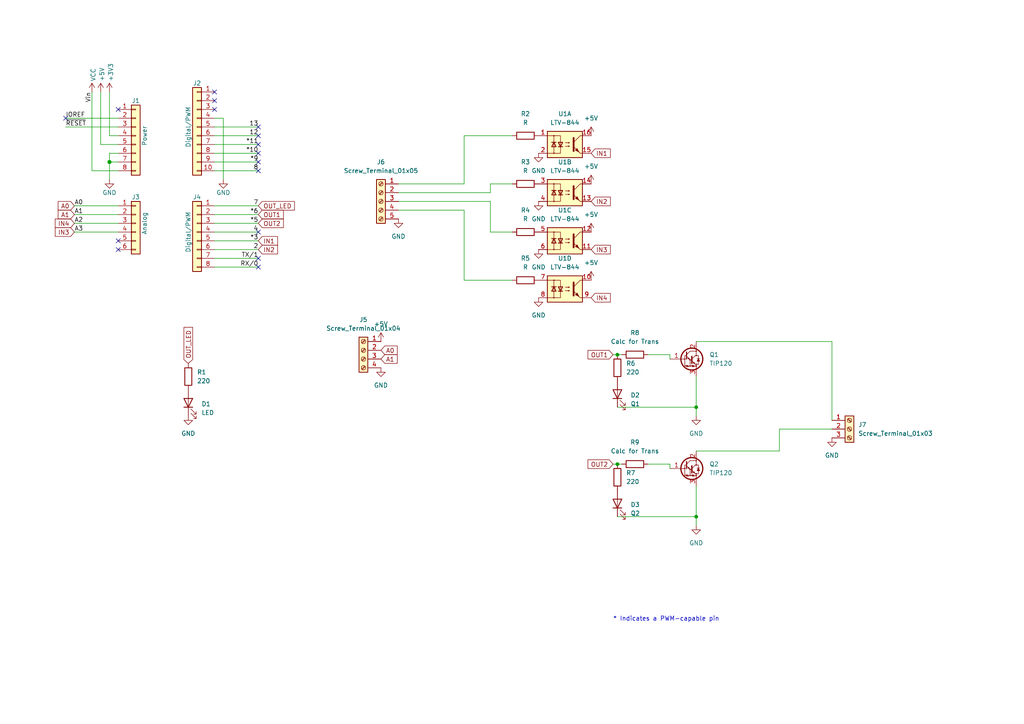
<source format=kicad_sch>
(kicad_sch (version 20230121) (generator eeschema)
  (paper "A4")
  (title_block (date "mar. 31 mars 2015"))
  (lib_symbols
    (symbol "+5V_1" (power) (pin_names (offset 0))
      (property "Value" "+5V_1" (at 0 3.556 0))
      (symbol "+5V_1_0_1"
        (polyline (pts (xy -0.762 1.27) (xy 0 2.54)))
        (polyline (pts (xy 0 0) (xy 0 2.54)))
        (polyline (pts (xy 0 2.54) (xy 0.762 1.27)))
      )
      (symbol "+5V_1_1_1"
        (pin power_in line (at 0 0 90) (length 0) hide (name "+5V") (number "1"))
      )
    )
    (symbol "+5V_2" (power) (pin_names (offset 0))
      (property "Value" "+5V_2" (at 0 3.556 0))
      (symbol "+5V_2_0_1"
        (polyline (pts (xy -0.762 1.27) (xy 0 2.54)))
        (polyline (pts (xy 0 0) (xy 0 2.54)))
        (polyline (pts (xy 0 2.54) (xy 0.762 1.27)))
      )
      (symbol "+5V_2_1_1"
        (pin power_in line (at 0 0 90) (length 0) hide (name "+5V") (number "1"))
      )
    )
    (symbol "Connector:Screw_Terminal_01x03" (pin_names (offset 1.016) hide)
      (property "Reference" "J" (at 0 5.08 0))
      (property "Value" "Screw_Terminal_01x03" (at 0 -5.08 0))
      (symbol "Screw_Terminal_01x03_1_1"
        (rectangle (start -1.27 3.81) (end 1.27 -3.81) (stroke (width 0.254)) (fill (type background)))
        (circle (center 0 -2.54) (radius 0.635) (stroke (width 0.1524)))
        (polyline (pts (xy -0.5334 -2.2098) (xy 0.3302 -3.048)) (stroke (width 0.1524)))
        (polyline (pts (xy -0.5334 0.3302) (xy 0.3302 -0.508)) (stroke (width 0.1524)))
        (polyline (pts (xy -0.5334 2.8702) (xy 0.3302 2.032)) (stroke (width 0.1524)))
        (polyline (pts (xy -0.3556 -2.032) (xy 0.508 -2.8702)) (stroke (width 0.1524)))
        (polyline (pts (xy -0.3556 0.508) (xy 0.508 -0.3302)) (stroke (width 0.1524)))
        (polyline (pts (xy -0.3556 3.048) (xy 0.508 2.2098)) (stroke (width 0.1524)))
        (circle (center 0 0) (radius 0.635) (stroke (width 0.1524)))
        (circle (center 0 2.54) (radius 0.635) (stroke (width 0.1524)))
        (pin passive line (at -5.08 2.54 0) (length 3.81) (name "Pin_1") (number "1"))
        (pin passive line (at -5.08 0 0) (length 3.81) (name "Pin_2") (number "2"))
        (pin passive line (at -5.08 -2.54 0) (length 3.81) (name "Pin_3") (number "3"))
      )
    )
    (symbol "Connector:Screw_Terminal_01x04" (pin_names (offset 1.016) hide)
      (property "Reference" "J" (at 0 5.08 0))
      (property "Value" "Screw_Terminal_01x04" (at 0 -7.62 0))
      (symbol "Screw_Terminal_01x04_1_1"
        (rectangle (start -1.27 3.81) (end 1.27 -6.35) (stroke (width 0.254)) (fill (type background)))
        (circle (center 0 -5.08) (radius 0.635) (stroke (width 0.1524)))
        (circle (center 0 -2.54) (radius 0.635) (stroke (width 0.1524)))
        (polyline (pts (xy -0.5334 -4.7498) (xy 0.3302 -5.588)) (stroke (width 0.1524)))
        (polyline (pts (xy -0.5334 -2.2098) (xy 0.3302 -3.048)) (stroke (width 0.1524)))
        (polyline (pts (xy -0.5334 0.3302) (xy 0.3302 -0.508)) (stroke (width 0.1524)))
        (polyline (pts (xy -0.5334 2.8702) (xy 0.3302 2.032)) (stroke (width 0.1524)))
        (polyline (pts (xy -0.3556 -4.572) (xy 0.508 -5.4102)) (stroke (width 0.1524)))
        (polyline (pts (xy -0.3556 -2.032) (xy 0.508 -2.8702)) (stroke (width 0.1524)))
        (polyline (pts (xy -0.3556 0.508) (xy 0.508 -0.3302)) (stroke (width 0.1524)))
        (polyline (pts (xy -0.3556 3.048) (xy 0.508 2.2098)) (stroke (width 0.1524)))
        (circle (center 0 0) (radius 0.635) (stroke (width 0.1524)))
        (circle (center 0 2.54) (radius 0.635) (stroke (width 0.1524)))
        (pin passive line (at -5.08 2.54 0) (length 3.81) (name "Pin_1") (number "1"))
        (pin passive line (at -5.08 0 0) (length 3.81) (name "Pin_2") (number "2"))
        (pin passive line (at -5.08 -2.54 0) (length 3.81) (name "Pin_3") (number "3"))
        (pin passive line (at -5.08 -5.08 0) (length 3.81) (name "Pin_4") (number "4"))
      )
    )
    (symbol "Connector:Screw_Terminal_01x05" (pin_names (offset 1.016) hide)
      (property "Reference" "J" (at 0 7.62 0))
      (property "Value" "Screw_Terminal_01x05" (at 0 -7.62 0))
      (symbol "Screw_Terminal_01x05_1_1"
        (rectangle (start -1.27 6.35) (end 1.27 -6.35) (stroke (width 0.254)) (fill (type background)))
        (circle (center 0 -5.08) (radius 0.635) (stroke (width 0.1524)))
        (circle (center 0 -2.54) (radius 0.635) (stroke (width 0.1524)))
        (polyline (pts (xy -0.5334 -4.7498) (xy 0.3302 -5.588)) (stroke (width 0.1524)))
        (polyline (pts (xy -0.5334 -2.2098) (xy 0.3302 -3.048)) (stroke (width 0.1524)))
        (polyline (pts (xy -0.5334 0.3302) (xy 0.3302 -0.508)) (stroke (width 0.1524)))
        (polyline (pts (xy -0.5334 2.8702) (xy 0.3302 2.032)) (stroke (width 0.1524)))
        (polyline (pts (xy -0.5334 5.4102) (xy 0.3302 4.572)) (stroke (width 0.1524)))
        (polyline (pts (xy -0.3556 -4.572) (xy 0.508 -5.4102)) (stroke (width 0.1524)))
        (polyline (pts (xy -0.3556 -2.032) (xy 0.508 -2.8702)) (stroke (width 0.1524)))
        (polyline (pts (xy -0.3556 0.508) (xy 0.508 -0.3302)) (stroke (width 0.1524)))
        (polyline (pts (xy -0.3556 3.048) (xy 0.508 2.2098)) (stroke (width 0.1524)))
        (polyline (pts (xy -0.3556 5.588) (xy 0.508 4.7498)) (stroke (width 0.1524)))
        (circle (center 0 0) (radius 0.635) (stroke (width 0.1524)))
        (circle (center 0 2.54) (radius 0.635) (stroke (width 0.1524)))
        (circle (center 0 5.08) (radius 0.635) (stroke (width 0.1524)))
        (pin passive line (at -5.08 5.08 0) (length 3.81) (name "Pin_1") (number "1"))
        (pin passive line (at -5.08 2.54 0) (length 3.81) (name "Pin_2") (number "2"))
        (pin passive line (at -5.08 0 0) (length 3.81) (name "Pin_3") (number "3"))
        (pin passive line (at -5.08 -2.54 0) (length 3.81) (name "Pin_4") (number "4"))
        (pin passive line (at -5.08 -5.08 0) (length 3.81) (name "Pin_5") (number "5"))
      )
    )
    (symbol "Connector_Generic:Conn_01x06" (pin_names (offset 1.016) hide)
      (property "Reference" "J" (at 0 7.62 0))
      (property "Value" "Conn_01x06" (at 0 -10.16 0))
      (symbol "Conn_01x06_1_1"
        (rectangle (start -1.27 -7.493) (end 0 -7.747) (stroke (width 0.1524)))
        (rectangle (start -1.27 -4.953) (end 0 -5.207) (stroke (width 0.1524)))
        (rectangle (start -1.27 -2.413) (end 0 -2.667) (stroke (width 0.1524)))
        (rectangle (start -1.27 0.127) (end 0 -0.127) (stroke (width 0.1524)))
        (rectangle (start -1.27 2.667) (end 0 2.413) (stroke (width 0.1524)))
        (rectangle (start -1.27 5.207) (end 0 4.953) (stroke (width 0.1524)))
        (rectangle (start -1.27 6.35) (end 1.27 -8.89) (stroke (width 0.254)) (fill (type background)))
        (pin passive line (at -5.08 5.08 0) (length 3.81) (name "Pin_1") (number "1"))
        (pin passive line (at -5.08 2.54 0) (length 3.81) (name "Pin_2") (number "2"))
        (pin passive line (at -5.08 0 0) (length 3.81) (name "Pin_3") (number "3"))
        (pin passive line (at -5.08 -2.54 0) (length 3.81) (name "Pin_4") (number "4"))
        (pin passive line (at -5.08 -5.08 0) (length 3.81) (name "Pin_5") (number "5"))
        (pin passive line (at -5.08 -7.62 0) (length 3.81) (name "Pin_6") (number "6"))
      )
    )
    (symbol "Connector_Generic:Conn_01x08" (pin_names (offset 1.016) hide)
      (property "Reference" "J" (at 0 10.16 0))
      (property "Value" "Conn_01x08" (at 0 -12.7 0))
      (symbol "Conn_01x08_1_1"
        (rectangle (start -1.27 -10.033) (end 0 -10.287) (stroke (width 0.1524)))
        (rectangle (start -1.27 -7.493) (end 0 -7.747) (stroke (width 0.1524)))
        (rectangle (start -1.27 -4.953) (end 0 -5.207) (stroke (width 0.1524)))
        (rectangle (start -1.27 -2.413) (end 0 -2.667) (stroke (width 0.1524)))
        (rectangle (start -1.27 0.127) (end 0 -0.127) (stroke (width 0.1524)))
        (rectangle (start -1.27 2.667) (end 0 2.413) (stroke (width 0.1524)))
        (rectangle (start -1.27 5.207) (end 0 4.953) (stroke (width 0.1524)))
        (rectangle (start -1.27 7.747) (end 0 7.493) (stroke (width 0.1524)))
        (rectangle (start -1.27 8.89) (end 1.27 -11.43) (stroke (width 0.254)) (fill (type background)))
        (pin passive line (at -5.08 7.62 0) (length 3.81) (name "Pin_1") (number "1"))
        (pin passive line (at -5.08 5.08 0) (length 3.81) (name "Pin_2") (number "2"))
        (pin passive line (at -5.08 2.54 0) (length 3.81) (name "Pin_3") (number "3"))
        (pin passive line (at -5.08 0 0) (length 3.81) (name "Pin_4") (number "4"))
        (pin passive line (at -5.08 -2.54 0) (length 3.81) (name "Pin_5") (number "5"))
        (pin passive line (at -5.08 -5.08 0) (length 3.81) (name "Pin_6") (number "6"))
        (pin passive line (at -5.08 -7.62 0) (length 3.81) (name "Pin_7") (number "7"))
        (pin passive line (at -5.08 -10.16 0) (length 3.81) (name "Pin_8") (number "8"))
      )
    )
    (symbol "Connector_Generic:Conn_01x10" (pin_names (offset 1.016) hide)
      (property "Reference" "J" (at 0 12.7 0))
      (property "Value" "Conn_01x10" (at 0 -15.24 0))
      (symbol "Conn_01x10_1_1"
        (rectangle (start -1.27 -12.573) (end 0 -12.827) (stroke (width 0.1524)))
        (rectangle (start -1.27 -10.033) (end 0 -10.287) (stroke (width 0.1524)))
        (rectangle (start -1.27 -7.493) (end 0 -7.747) (stroke (width 0.1524)))
        (rectangle (start -1.27 -4.953) (end 0 -5.207) (stroke (width 0.1524)))
        (rectangle (start -1.27 -2.413) (end 0 -2.667) (stroke (width 0.1524)))
        (rectangle (start -1.27 0.127) (end 0 -0.127) (stroke (width 0.1524)))
        (rectangle (start -1.27 2.667) (end 0 2.413) (stroke (width 0.1524)))
        (rectangle (start -1.27 5.207) (end 0 4.953) (stroke (width 0.1524)))
        (rectangle (start -1.27 7.747) (end 0 7.493) (stroke (width 0.1524)))
        (rectangle (start -1.27 10.287) (end 0 10.033) (stroke (width 0.1524)))
        (rectangle (start -1.27 11.43) (end 1.27 -13.97) (stroke (width 0.254)) (fill (type background)))
        (pin passive line (at -5.08 10.16 0) (length 3.81) (name "Pin_1") (number "1"))
        (pin passive line (at -5.08 -12.7 0) (length 3.81) (name "Pin_10") (number "10"))
        (pin passive line (at -5.08 7.62 0) (length 3.81) (name "Pin_2") (number "2"))
        (pin passive line (at -5.08 5.08 0) (length 3.81) (name "Pin_3") (number "3"))
        (pin passive line (at -5.08 2.54 0) (length 3.81) (name "Pin_4") (number "4"))
        (pin passive line (at -5.08 0 0) (length 3.81) (name "Pin_5") (number "5"))
        (pin passive line (at -5.08 -2.54 0) (length 3.81) (name "Pin_6") (number "6"))
        (pin passive line (at -5.08 -5.08 0) (length 3.81) (name "Pin_7") (number "7"))
        (pin passive line (at -5.08 -7.62 0) (length 3.81) (name "Pin_8") (number "8"))
        (pin passive line (at -5.08 -10.16 0) (length 3.81) (name "Pin_9") (number "9"))
      )
    )
    (symbol "Device:LED" (pin_numbers hide) (pin_names (offset 1.016) hide)
      (property "Reference" "D" (at 0 2.54 0))
      (property "Value" "LED" (at 0 -2.54 0))
      (symbol "LED_0_1"
        (polyline (pts (xy -1.27 -1.27) (xy -1.27 1.27)) (stroke (width 0.254)))
        (polyline (pts (xy -1.27 0) (xy 1.27 0)))
        (polyline (pts (xy 1.27 -1.27) (xy 1.27 1.27) (xy -1.27 0) (xy 1.27 -1.27)) (stroke (width 0.254)))
        (polyline (pts (xy -3.048 -0.762) (xy -4.572 -2.286) (xy -3.81 -2.286) (xy -4.572 -2.286) (xy -4.572 -1.524)))
        (polyline (pts (xy -1.778 -0.762) (xy -3.302 -2.286) (xy -2.54 -2.286) (xy -3.302 -2.286) (xy -3.302 -1.524)))
      )
      (symbol "LED_1_1"
        (pin passive line (at -3.81 0 0) (length 2.54) (name "K") (number "1"))
        (pin passive line (at 3.81 0 180) (length 2.54) (name "A") (number "2"))
      )
    )
    (symbol "Device:R" (pin_numbers hide) (pin_names (offset 0))
      (property "Reference" "R" (at 2.032 0 90))
      (property "Value" "R" (at 0 0 90))
      (symbol "R_0_1"
        (rectangle (start -1.016 -2.54) (end 1.016 2.54) (stroke (width 0.254)))
      )
      (symbol "R_1_1"
        (pin passive line (at 0 3.81 270) (length 1.27) (name "~") (number "1"))
        (pin passive line (at 0 -3.81 90) (length 1.27) (name "~") (number "2"))
      )
    )
    (symbol "GND_1" (power) (pin_names (offset 0))
      (property "Value" "GND_1" (at 0 -3.81 0))
      (symbol "GND_1_0_1"
        (polyline (pts (xy 0 0) (xy 0 -1.27) (xy 1.27 -1.27) (xy 0 -2.54) (xy -1.27 -1.27) (xy 0 -1.27)))
      )
      (symbol "GND_1_1_1"
        (pin power_in line (at 0 0 270) (length 0) hide (name "GND") (number "1"))
      )
    )
    (symbol "GND_2" (power) (pin_names (offset 0))
      (property "Value" "GND_2" (at 0 -3.81 0))
      (symbol "GND_2_0_1"
        (polyline (pts (xy 0 0) (xy 0 -1.27) (xy 1.27 -1.27) (xy 0 -2.54) (xy -1.27 -1.27) (xy 0 -1.27)))
      )
      (symbol "GND_2_1_1"
        (pin power_in line (at 0 0 270) (length 0) hide (name "GND") (number "1"))
      )
    )
    (symbol "GND_3" (power) (pin_names (offset 0))
      (property "Value" "GND_3" (at 0 -3.81 0))
      (symbol "GND_3_0_1"
        (polyline (pts (xy 0 0) (xy 0 -1.27) (xy 1.27 -1.27) (xy 0 -2.54) (xy -1.27 -1.27) (xy 0 -1.27)))
      )
      (symbol "GND_3_1_1"
        (pin power_in line (at 0 0 270) (length 0) hide (name "GND") (number "1"))
      )
    )
    (symbol "GND_4" (power) (pin_names (offset 0))
      (property "Value" "GND_4" (at 0 -3.81 0))
      (symbol "GND_4_0_1"
        (polyline (pts (xy 0 0) (xy 0 -1.27) (xy 1.27 -1.27) (xy 0 -2.54) (xy -1.27 -1.27) (xy 0 -1.27)))
      )
      (symbol "GND_4_1_1"
        (pin power_in line (at 0 0 270) (length 0) hide (name "GND") (number "1"))
      )
    )
    (symbol "GND_5" (power) (pin_names (offset 0))
      (property "Value" "GND_5" (at 0 -3.81 0))
      (symbol "GND_5_0_1"
        (polyline (pts (xy 0 0) (xy 0 -1.27) (xy 1.27 -1.27) (xy 0 -2.54) (xy -1.27 -1.27) (xy 0 -1.27)))
      )
      (symbol "GND_5_1_1"
        (pin power_in line (at 0 0 270) (length 0) hide (name "GND") (number "1"))
      )
    )
    (symbol "GND_6" (power) (pin_names (offset 0))
      (property "Value" "GND_6" (at 0 -3.81 0))
      (symbol "GND_6_0_1"
        (polyline (pts (xy 0 0) (xy 0 -1.27) (xy 1.27 -1.27) (xy 0 -2.54) (xy -1.27 -1.27) (xy 0 -1.27)))
      )
      (symbol "GND_6_1_1"
        (pin power_in line (at 0 0 270) (length 0) hide (name "GND") (number "1"))
      )
    )
    (symbol "Isolator:LTV-844" (pin_names (offset 1.016))
      (property "Reference" "U" (at -5.08 5.08 0))
      (property "Value" "LTV-844" (at 0 5.08 0))
      (symbol "LTV-844_0_1"
        (rectangle (start -5.08 3.81) (end 5.08 -3.81) (stroke (width 0.254)) (fill (type background)))
        (circle (center -3.175 -2.54) (radius 0.127))
        (circle (center -3.175 2.54) (radius 0.127))
        (polyline (pts (xy -3.81 0.635) (xy -2.54 0.635)) (stroke (width 0.254)))
        (polyline (pts (xy -3.175 0.635) (xy -3.175 -2.54)))
        (polyline (pts (xy -3.175 0.635) (xy -3.175 2.54)))
        (polyline (pts (xy -1.905 -0.635) (xy -0.635 -0.635)) (stroke (width 0.254)))
        (polyline (pts (xy 2.54 0.635) (xy 4.445 2.54)))
        (polyline (pts (xy 4.445 -2.54) (xy 2.54 -0.635)) (fill (type outline)))
        (polyline (pts (xy 4.445 -2.54) (xy 5.08 -2.54)))
        (polyline (pts (xy 4.445 2.54) (xy 5.08 2.54)))
        (polyline (pts (xy -5.08 2.54) (xy -1.27 2.54) (xy -1.27 -0.635)))
        (polyline (pts (xy -1.27 -0.635) (xy -1.27 -2.54) (xy -5.08 -2.54)))
        (polyline (pts (xy 2.54 1.905) (xy 2.54 -1.905) (xy 2.54 -1.905)) (stroke (width 0.508)))
        (polyline (pts (xy -3.175 0.635) (xy -3.81 -0.635) (xy -2.54 -0.635) (xy -3.175 0.635)) (stroke (width 0.254)))
        (polyline (pts (xy -1.27 -0.635) (xy -1.905 0.635) (xy -0.635 0.635) (xy -1.27 -0.635)) (stroke (width 0.254)))
        (polyline (pts (xy 0.127 -0.508) (xy 1.397 -0.508) (xy 1.016 -0.635) (xy 1.016 -0.381) (xy 1.397 -0.508)))
        (polyline (pts (xy 0.127 0.508) (xy 1.397 0.508) (xy 1.016 0.381) (xy 1.016 0.635) (xy 1.397 0.508)))
        (polyline (pts (xy 3.048 -1.651) (xy 3.556 -1.143) (xy 4.064 -2.159) (xy 3.048 -1.651) (xy 3.048 -1.651)) (fill (type outline)))
      )
      (symbol "LTV-844_1_1"
        (pin passive line (at -7.62 2.54 0) (length 2.54) (name "~") (number "1"))
        (pin passive line (at 7.62 -2.54 180) (length 2.54) (name "~") (number "15"))
        (pin passive line (at 7.62 2.54 180) (length 2.54) (name "~") (number "16"))
        (pin passive line (at -7.62 -2.54 0) (length 2.54) (name "~") (number "2"))
      )
      (symbol "LTV-844_2_1"
        (pin passive line (at 7.62 -2.54 180) (length 2.54) (name "~") (number "13"))
        (pin passive line (at 7.62 2.54 180) (length 2.54) (name "~") (number "14"))
        (pin passive line (at -7.62 2.54 0) (length 2.54) (name "~") (number "3"))
        (pin passive line (at -7.62 -2.54 0) (length 2.54) (name "~") (number "4"))
      )
      (symbol "LTV-844_3_1"
        (pin passive line (at 7.62 -2.54 180) (length 2.54) (name "~") (number "11"))
        (pin passive line (at 7.62 2.54 180) (length 2.54) (name "~") (number "12"))
        (pin passive line (at -7.62 2.54 0) (length 2.54) (name "~") (number "5"))
        (pin passive line (at -7.62 -2.54 0) (length 2.54) (name "~") (number "6"))
      )
      (symbol "LTV-844_4_1"
        (pin passive line (at 7.62 2.54 180) (length 2.54) (name "~") (number "10"))
        (pin passive line (at -7.62 2.54 0) (length 2.54) (name "~") (number "7"))
        (pin passive line (at -7.62 -2.54 0) (length 2.54) (name "~") (number "8"))
        (pin passive line (at 7.62 -2.54 180) (length 2.54) (name "~") (number "9"))
      )
    )
    (symbol "Transistor_BJT:TIP120" (pin_names (offset 0) hide)
      (property "Reference" "Q" (at 5.08 1.905 0))
      (property "Value" "TIP120" (at 5.08 0 0))
      (symbol "TIP120_0_1"
        (circle (center -0.762 0) (radius 0.127))
        (polyline (pts (xy -1.27 0) (xy -0.889 0)))
        (polyline (pts (xy 2.54 -2.032) (xy 2.54 -2.54)))
        (polyline (pts (xy 2.54 -1.524) (xy 3.175 -1.524)))
        (polyline (pts (xy 2.794 0.127) (xy 3.556 0.127)))
        (polyline (pts (xy 3.175 -0.635) (xy 3.175 -1.524)))
        (polyline (pts (xy 3.175 1.016) (xy 2.54 1.016)))
        (polyline (pts (xy 3.175 1.016) (xy 3.175 0.127)))
        (polyline (pts (xy -0.254 0.762) (xy 0.762 -0.254) (xy 1.27 -0.254)))
        (polyline (pts (xy -0.254 1.016) (xy -0.762 1.016) (xy -0.762 -2.032)))
        (polyline (pts (xy -0.254 1.27) (xy 0.762 2.286) (xy 2.54 2.286)))
        (polyline (pts (xy -0.254 2.032) (xy -0.254 0) (xy -0.254 0)) (stroke (width 0.3048)))
        (polyline (pts (xy 1.27 0.762) (xy 1.27 -1.27) (xy 1.27 -1.27)) (stroke (width 0.381)))
        (polyline (pts (xy 0.635 -0.127) (xy 0.381 0.381) (xy 0.127 0.127) (xy 0.635 -0.127)))
        (polyline (pts (xy 1.27 -0.508) (xy 2.286 -1.524) (xy 2.54 -1.524) (xy 2.54 -2.032)))
        (polyline (pts (xy 1.27 0) (xy 2.286 1.016) (xy 2.54 1.016) (xy 2.54 2.286)))
        (polyline (pts (xy 2.159 -1.397) (xy 1.905 -0.889) (xy 1.651 -1.143) (xy 2.159 -1.397)))
        (polyline (pts (xy 3.175 0.127) (xy 2.794 -0.635) (xy 3.556 -0.635) (xy 3.175 0.127)) (fill (type outline)))
        (polyline (pts (xy 0.762 -2.032) (xy 0.381 -2.032) (xy 0.254 -2.286) (xy 0.127 -1.778) (xy 0 -2.286) (xy -0.127 -1.778) (xy -0.254 -2.286) (xy -0.381 -1.778) (xy -0.508 -2.032) (xy -0.762 -2.032)))
        (polyline (pts (xy 0.762 -0.254) (xy 0.762 -2.032) (xy 1.143 -2.032) (xy 1.27 -1.778) (xy 1.397 -2.286) (xy 1.524 -1.778) (xy 1.651 -2.286) (xy 1.778 -1.778) (xy 1.905 -2.286) (xy 2.032 -2.032) (xy 2.54 -2.032)))
        (circle (center 0.762 -2.032) (radius 0.127))
        (circle (center 0.762 -0.254) (radius 0.127))
        (circle (center 1.27 0) (radius 3.175) (stroke (width 0.3556)))
        (circle (center 2.54 -2.032) (radius 0.127))
        (circle (center 2.54 -1.524) (radius 0.127))
        (circle (center 2.54 1.016) (radius 0.127))
        (circle (center 2.54 2.286) (radius 0.127))
      )
      (symbol "TIP120_1_1"
        (pin input line (at -5.08 0 0) (length 3.81) (name "B") (number "1"))
        (pin passive line (at 2.54 5.08 270) (length 2.667) (name "C") (number "2"))
        (pin passive line (at 2.54 -5.08 90) (length 2.54) (name "E") (number "3"))
      )
    )
    (symbol "power:+3V3" (power) (pin_names (offset 0))
      (property "Value" "+3V3" (at 0 3.556 0))
      (symbol "+3V3_0_1"
        (polyline (pts (xy -0.762 1.27) (xy 0 2.54)))
        (polyline (pts (xy 0 0) (xy 0 2.54)))
        (polyline (pts (xy 0 2.54) (xy 0.762 1.27)))
      )
      (symbol "+3V3_1_1"
        (pin power_in line (at 0 0 90) (length 0) hide (name "+3V3") (number "1"))
      )
    )
    (symbol "power:+5V" (power) (pin_names (offset 0))
      (property "Value" "+5V" (at 0 3.556 0))
      (symbol "+5V_0_1"
        (polyline (pts (xy -0.762 1.27) (xy 0 2.54)))
        (polyline (pts (xy 0 0) (xy 0 2.54)))
        (polyline (pts (xy 0 2.54) (xy 0.762 1.27)))
      )
      (symbol "+5V_1_1"
        (pin power_in line (at 0 0 90) (length 0) hide (name "+5V") (number "1"))
      )
    )
    (symbol "power:GND" (power) (pin_names (offset 0))
      (property "Value" "GND" (at 0 -3.81 0))
      (symbol "GND_0_1"
        (polyline (pts (xy 0 0) (xy 0 -1.27) (xy 1.27 -1.27) (xy 0 -2.54) (xy -1.27 -1.27) (xy 0 -1.27)))
      )
      (symbol "GND_1_1"
        (pin power_in line (at 0 0 270) (length 0) hide (name "GND") (number "1"))
      )
    )
    (symbol "power:VCC" (power) (pin_names (offset 0))
      (property "Value" "VCC" (at 0 3.81 0))
      (symbol "VCC_0_1"
        (polyline (pts (xy -0.762 1.27) (xy 0 2.54)))
        (polyline (pts (xy 0 0) (xy 0 2.54)))
        (polyline (pts (xy 0 2.54) (xy 0.762 1.27)))
      )
      (symbol "VCC_1_1"
        (pin power_in line (at 0 0 90) (length 0) hide (name "VCC") (number "1"))
      )
    )
  )
  (junction (at 179.07 134.62))
  (junction (at 31.75 46.99) (diameter 1.016))
  (junction (at 201.93 118.11))
  (junction (at 201.93 149.86))
  (junction (at 179.07 102.87))
  (no_connect (at 19.05 34.29))
  (no_connect (at 74.93 44.45))
  (no_connect (at 74.93 46.99))
  (no_connect (at 74.93 39.37))
  (no_connect (at 34.29 72.39))
  (no_connect (at 74.93 77.47))
  (no_connect (at 34.29 69.85))
  (no_connect (at 62.23 31.75))
  (no_connect (at 62.23 26.67))
  (no_connect (at 74.93 67.31))
  (no_connect (at 62.23 29.21))
  (no_connect (at 74.93 41.91))
  (no_connect (at 34.29 31.75))
  (no_connect (at 74.93 74.93))
  (no_connect (at 74.93 36.83))
  (no_connect (at 74.93 49.53))
  (wire (pts (xy 62.23 77.47) (xy 74.93 77.47)))
  (wire (pts (xy 142.24 58.42) (xy 142.24 67.31)))
  (wire (pts (xy 62.23 44.45) (xy 74.93 44.45)))
  (wire (pts (xy 142.24 53.34) (xy 148.59 53.34)))
  (wire (pts (xy 31.75 44.45) (xy 31.75 46.99)))
  (wire (pts (xy 201.93 149.86) (xy 201.93 152.4)))
  (wire (pts (xy 194.31 134.62) (xy 194.31 135.89)))
  (wire (pts (xy 177.8 102.87) (xy 179.07 102.87)))
  (wire (pts (xy 31.75 46.99) (xy 31.75 52.07)))
  (wire (pts (xy 31.75 39.37) (xy 34.29 39.37)))
  (wire (pts (xy 194.31 102.87) (xy 194.31 104.14)))
  (wire (pts (xy 29.21 41.91) (xy 34.29 41.91)))
  (wire (pts (xy 134.62 60.96) (xy 134.62 81.28)))
  (wire (pts (xy 29.21 26.67) (xy 29.21 41.91)))
  (wire (pts (xy 62.23 36.83) (xy 74.93 36.83)))
  (wire (pts (xy 179.07 118.11) (xy 201.93 118.11)))
  (wire (pts (xy 31.75 26.67) (xy 31.75 39.37)))
  (wire (pts (xy 62.23 59.69) (xy 74.93 59.69)))
  (wire (pts (xy 226.06 130.81) (xy 226.06 124.46)))
  (wire (pts (xy 201.93 109.22) (xy 201.93 118.11)))
  (wire (pts (xy 34.29 59.69) (xy 21.59 59.69)))
  (wire (pts (xy 62.23 39.37) (xy 74.93 39.37)))
  (wire (pts (xy 62.23 62.23) (xy 74.93 62.23)))
  (wire (pts (xy 177.8 134.62) (xy 179.07 134.62)))
  (wire (pts (xy 179.07 149.86) (xy 201.93 149.86)))
  (wire (pts (xy 115.57 60.96) (xy 134.62 60.96)))
  (wire (pts (xy 201.93 140.97) (xy 201.93 149.86)))
  (wire (pts (xy 62.23 46.99) (xy 74.93 46.99)))
  (wire (pts (xy 134.62 53.34) (xy 134.62 39.37)))
  (wire (pts (xy 62.23 67.31) (xy 74.93 67.31)))
  (wire (pts (xy 142.24 67.31) (xy 148.59 67.31)))
  (wire (pts (xy 19.05 34.29) (xy 34.29 34.29)))
  (wire (pts (xy 115.57 55.88) (xy 142.24 55.88)))
  (wire (pts (xy 64.77 34.29) (xy 64.77 52.07)))
  (wire (pts (xy 142.24 55.88) (xy 142.24 53.34)))
  (wire (pts (xy 180.34 102.87) (xy 179.07 102.87)))
  (wire (pts (xy 226.06 124.46) (xy 241.3 124.46)))
  (wire (pts (xy 34.29 64.77) (xy 21.59 64.77)))
  (wire (pts (xy 19.05 36.83) (xy 34.29 36.83)))
  (wire (pts (xy 34.29 46.99) (xy 31.75 46.99)))
  (wire (pts (xy 201.93 118.11) (xy 201.93 120.65)))
  (wire (pts (xy 115.57 53.34) (xy 134.62 53.34)))
  (wire (pts (xy 201.93 99.06) (xy 241.3 99.06)))
  (wire (pts (xy 34.29 49.53) (xy 26.67 49.53)))
  (wire (pts (xy 201.93 130.81) (xy 226.06 130.81)))
  (wire (pts (xy 21.59 62.23) (xy 34.29 62.23)))
  (wire (pts (xy 134.62 81.28) (xy 148.59 81.28)))
  (wire (pts (xy 62.23 34.29) (xy 64.77 34.29)))
  (wire (pts (xy 34.29 44.45) (xy 31.75 44.45)))
  (wire (pts (xy 62.23 41.91) (xy 74.93 41.91)))
  (wire (pts (xy 62.23 64.77) (xy 74.93 64.77)))
  (wire (pts (xy 21.59 67.31) (xy 34.29 67.31)))
  (wire (pts (xy 115.57 58.42) (xy 142.24 58.42)))
  (wire (pts (xy 187.96 134.62) (xy 194.31 134.62)))
  (wire (pts (xy 241.3 99.06) (xy 241.3 121.92)))
  (wire (pts (xy 62.23 72.39) (xy 74.93 72.39)))
  (wire (pts (xy 62.23 69.85) (xy 74.93 69.85)))
  (wire (pts (xy 134.62 39.37) (xy 148.59 39.37)))
  (wire (pts (xy 62.23 74.93) (xy 74.93 74.93)))
  (wire (pts (xy 26.67 49.53) (xy 26.67 26.67)))
  (wire (pts (xy 180.34 134.62) (xy 179.07 134.62)))
  (wire (pts (xy 62.23 49.53) (xy 74.93 49.53)))
  (wire (pts (xy 187.96 102.87) (xy 194.31 102.87)))
  (text "* Indicates a PWM-capable pin" (at 177.8 180.34 0) (effects (font (size 1.27 1.27)) (justify left bottom)))
  (label "RX{slash}0" (at 74.93 77.47 180))
  (label "A2" (at 21.59 64.77 0))
  (label "4" (at 74.93 67.31 180))
  (label "2" (at 74.93 72.39 180))
  (label "A3" (at 21.59 67.31 0))
  (label "13" (at 74.93 36.83 180))
  (label "12" (at 74.93 39.37 180))
  (label "~{RESET}" (at 19.05 36.83 0))
  (label "*10" (at 74.93 44.45 180))
  (label "7" (at 74.93 59.69 180))
  (label "8" (at 74.93 49.53 180))
  (label "*11" (at 74.93 41.91 180))
  (label "*3" (at 74.93 69.85 180))
  (label "A1" (at 21.59 62.23 0))
  (label "TX{slash}1" (at 74.93 74.93 180))
  (label "A0" (at 21.59 59.69 0))
  (label "Vin" (at 26.67 26.67 270))
  (label "*6" (at 74.93 62.23 180))
  (label "*9" (at 74.93 46.99 180))
  (label "*5" (at 74.93 64.77 180))
  (label "IOREF" (at 19.05 34.29 0))
  (global_label "OUT_LED" (shape input) (at 54.61 105.41 90) (property "Intersheetrefs" "${INTERSHEET_REFS}" (effects hide)))
  (global_label "OUT_LED" (shape input) (at 74.93 59.69 0) (property "Intersheetrefs" "${INTERSHEET_REFS}" (effects hide)))
  (global_label "IN2" (shape input) (at 171.45 58.42 0) (property "Intersheetrefs" "${INTERSHEET_REFS}" (effects hide)))
  (global_label "OUT1" (shape input) (at 74.93 62.23 0) (property "Intersheetrefs" "${INTERSHEET_REFS}" (effects hide)))
  (global_label "OUT2" (shape input) (at 74.93 64.77 0) (property "Intersheetrefs" "${INTERSHEET_REFS}" (effects hide)))
  (global_label "IN4" (shape input) (at 171.45 86.36 0) (property "Intersheetrefs" "${INTERSHEET_REFS}" (effects hide)))
  (global_label "OUT2" (shape input) (at 177.8 134.62 180) (property "Intersheetrefs" "${INTERSHEET_REFS}" (effects hide)))
  (global_label "A0" (shape input) (at 110.49 101.6 0) (property "Intersheetrefs" "${INTERSHEET_REFS}" (effects hide)))
  (global_label "IN3" (shape input) (at 21.59 67.31 180) (property "Intersheetrefs" "${INTERSHEET_REFS}" (effects hide)))
  (global_label "A0" (shape input) (at 21.59 59.69 180) (property "Intersheetrefs" "${INTERSHEET_REFS}" (effects hide)))
  (global_label "A1" (shape input) (at 21.59 62.23 180) (property "Intersheetrefs" "${INTERSHEET_REFS}" (effects hide)))
  (global_label "IN4" (shape input) (at 21.59 64.77 180) (property "Intersheetrefs" "${INTERSHEET_REFS}" (effects hide)))
  (global_label "A1" (shape input) (at 110.49 104.14 0) (property "Intersheetrefs" "${INTERSHEET_REFS}" (effects hide)))
  (global_label "IN1" (shape input) (at 171.45 44.45 0) (property "Intersheetrefs" "${INTERSHEET_REFS}" (effects hide)))
  (global_label "OUT1" (shape input) (at 177.8 102.87 180) (property "Intersheetrefs" "${INTERSHEET_REFS}" (effects hide)))
  (global_label "IN2" (shape input) (at 74.93 72.39 0) (property "Intersheetrefs" "${INTERSHEET_REFS}" (effects hide)))
  (global_label "IN1" (shape input) (at 74.93 69.85 0) (property "Intersheetrefs" "${INTERSHEET_REFS}" (effects hide)))
  (global_label "IN3" (shape input) (at 171.45 72.39 0) (property "Intersheetrefs" "${INTERSHEET_REFS}" (effects hide)))
  (symbol (lib_id "Connector_Generic:Conn_01x08") (at 39.37 39.37 0) (unit 1)
    (property "Reference" "J1" (at 39.37 29.21 0))
    (property "Value" "Power" (at 41.91 39.37 90))
    (property "Footprint" "Connector_PinSocket_2.54mm:PinSocket_1x08_P2.54mm_Vertical" (effects hide))
  )
  (symbol (lib_id "power:+3V3") (at 31.75 26.67 0) (unit 1)
    (property "Reference" "#PWR03" (effects hide))
    (property "Value" "+3.3V" (at 32.131 23.622 90) (effects (justify left)))
  )
  (symbol (lib_id "power:+5V") (at 29.21 26.67 0) (unit 1)
    (property "Reference" "#PWR02" (effects hide))
    (property "Value" "+5V" (at 29.5656 23.622 90) (effects (justify left)))
  )
  (symbol (lib_id "power:GND") (at 31.75 52.07 0) (unit 1)
    (property "Reference" "#PWR04" (effects hide))
    (property "Value" "GND" (at 31.75 55.88 0))
  )
  (symbol (lib_id "Connector_Generic:Conn_01x10") (at 57.15 36.83 0) (mirror y) (unit 1)
    (property "Reference" "J2" (at 57.15 24.13 0))
    (property "Value" "Digital/PWM" (at 54.61 36.83 90))
    (property "Footprint" "Connector_PinSocket_2.54mm:PinSocket_1x10_P2.54mm_Vertical" (effects hide))
  )
  (symbol (lib_id "power:GND") (at 64.77 52.07 0) (unit 1)
    (property "Reference" "#PWR05" (effects hide))
    (property "Value" "GND" (at 64.77 55.88 0))
  )
  (symbol (lib_id "Connector_Generic:Conn_01x06") (at 39.37 64.77 0) (unit 1)
    (property "Reference" "J3" (at 39.37 57.15 0))
    (property "Value" "Analog" (at 41.91 64.77 90))
    (property "Footprint" "Connector_PinSocket_2.54mm:PinSocket_1x06_P2.54mm_Vertical" (effects hide))
  )
  (symbol (lib_id "Connector_Generic:Conn_01x08") (at 57.15 67.31 0) (mirror y) (unit 1)
    (property "Reference" "J4" (at 57.15 57.15 0))
    (property "Value" "Digital/PWM" (at 54.61 67.31 90))
    (property "Footprint" "Connector_PinSocket_2.54mm:PinSocket_1x08_P2.54mm_Vertical" (effects hide))
  )
  (symbol (lib_id "Device:LED") (at 179.07 114.3 90) (unit 1)
    (property "Reference" "D2" (at 182.88 114.6174 90) (effects (justify right)))
    (property "Value" "Q1" (at 182.88 117.1574 90) (effects (justify right)))
    (property "Footprint" "LED_THT:LED_D3.0mm" (effects hide))
  )
  (symbol (lib_id "Device:R") (at 152.4 53.34 90) (unit 1)
    (property "Reference" "R3" (at 152.4 46.99 90))
    (property "Value" "R" (at 152.4 49.53 90))
    (property "Footprint" "Resistor_THT:R_Axial_DIN0204_L3.6mm_D1.6mm_P5.08mm_Vertical" (effects hide))
  )
  (symbol (lib_id "Device:LED") (at 54.61 116.84 90) (unit 1)
    (property "Reference" "D1" (at 58.42 117.1574 90) (effects (justify right)))
    (property "Value" "LED" (at 58.42 119.6974 90) (effects (justify right)))
    (property "Footprint" "LED_THT:LED_D3.0mm" (effects hide))
  )
  (symbol (lib_id "Device:R") (at 179.07 138.43 0) (unit 1)
    (property "Reference" "R7" (at 181.61 137.1599 0) (effects (justify left)))
    (property "Value" "220" (at 181.61 139.6999 0) (effects (justify left)))
    (property "Footprint" "Resistor_THT:R_Axial_DIN0204_L3.6mm_D1.6mm_P5.08mm_Vertical" (effects hide))
  )
  (symbol (lib_name "+5V_1") (lib_id "power:+5V") (at 171.45 67.31 0) (unit 1)
    (property "Reference" "#PWR016" (effects hide))
    (property "Value" "+5V" (at 171.45 62.23 0))
  )
  (symbol (lib_name "GND_5") (lib_id "power:GND") (at 201.93 152.4 0) (unit 1)
    (property "Reference" "#PWR019" (effects hide))
    (property "Value" "GND" (at 201.93 157.48 0))
  )
  (symbol (lib_name "GND_5") (lib_id "power:GND") (at 201.93 120.65 0) (unit 1)
    (property "Reference" "#PWR018" (effects hide))
    (property "Value" "GND" (at 201.93 125.73 0))
  )
  (symbol (lib_id "Device:R") (at 54.61 109.22 0) (unit 1)
    (property "Reference" "R1" (at 57.15 107.9499 0) (effects (justify left)))
    (property "Value" "220" (at 57.15 110.4899 0) (effects (justify left)))
    (property "Footprint" "Resistor_THT:R_Axial_DIN0204_L3.6mm_D1.6mm_P5.08mm_Vertical" (effects hide))
  )
  (symbol (lib_id "Device:R") (at 184.15 134.62 90) (unit 1)
    (property "Reference" "R9" (at 184.15 128.27 90))
    (property "Value" "Calc for Trans" (at 184.15 130.81 90))
    (property "Footprint" "Resistor_THT:R_Axial_DIN0204_L3.6mm_D1.6mm_P5.08mm_Vertical" (effects hide))
  )
  (symbol (lib_id "Isolator:LTV-844") (at 163.83 41.91 0) (unit 1)
    (property "Reference" "U1" (at 163.83 33.02 0))
    (property "Value" "LTV-844" (at 163.83 35.56 0))
    (property "Footprint" "Package_DIP:DIP-16_W7.62mm" (effects hide))
    (property "Datasheet" "http://optoelectronics.liteon.com/upload/download/DS-70-96-0013/S_110_LTV-814%20824%20844%20(M,%20S,%20S-TA,%20S-TA1,%20S-TP)%20Series.pdf" (effects hide))
  )
  (symbol (lib_name "+5V_1") (lib_id "power:+5V") (at 171.45 81.28 0) (unit 1)
    (property "Reference" "#PWR017" (effects hide))
    (property "Value" "+5V" (at 171.45 76.2 0))
  )
  (symbol (lib_id "power:VCC") (at 26.67 26.67 0) (unit 1)
    (property "Reference" "#PWR01" (effects hide))
    (property "Value" "VCC" (at 27.051 23.622 90) (effects (justify left)))
  )
  (symbol (lib_id "Transistor_BJT:TIP120") (at 199.39 135.89 0) (unit 1)
    (property "Reference" "Q2" (at 205.74 134.6199 0) (effects (justify left)))
    (property "Value" "TIP120" (at 205.74 137.1599 0) (effects (justify left)))
    (property "Footprint" "Package_TO_SOT_THT:TO-220-3_Vertical" (effects hide))
    (property "Datasheet" "https://www.onsemi.com/pub/Collateral/TIP120-D.PDF" (effects hide))
  )
  (symbol (lib_name "GND_1") (lib_id "power:GND") (at 156.21 86.36 0) (unit 1)
    (property "Reference" "#PWR013" (effects hide))
    (property "Value" "GND" (at 156.21 91.44 0))
  )
  (symbol (lib_id "Isolator:LTV-844") (at 163.83 83.82 0) (unit 4)
    (property "Reference" "U1" (at 163.83 74.93 0))
    (property "Value" "LTV-844" (at 163.83 77.47 0))
    (property "Footprint" "Package_DIP:DIP-16_W7.62mm" (effects hide))
    (property "Datasheet" "http://optoelectronics.liteon.com/upload/download/DS-70-96-0013/S_110_LTV-814%20824%20844%20(M,%20S,%20S-TA,%20S-TA1,%20S-TP)%20Series.pdf" (effects hide))
  )
  (symbol (lib_name "GND_1") (lib_id "power:GND") (at 156.21 44.45 0) (unit 1)
    (property "Reference" "#PWR010" (effects hide))
    (property "Value" "GND" (at 156.21 49.53 0))
  )
  (symbol (lib_name "GND_4") (lib_id "power:GND") (at 54.61 120.65 0) (unit 1)
    (property "Reference" "#PWR06" (effects hide))
    (property "Value" "GND" (at 54.61 125.73 0))
  )
  (symbol (lib_name "GND_6") (lib_id "power:GND") (at 241.3 127 0) (unit 1)
    (property "Reference" "#PWR020" (effects hide))
    (property "Value" "GND" (at 241.3 132.08 0))
  )
  (symbol (lib_id "Connector:Screw_Terminal_01x04") (at 105.41 101.6 0) (mirror y) (unit 1)
    (property "Reference" "J5" (at 105.41 92.71 0))
    (property "Value" "Screw_Terminal_01x04" (at 105.41 95.25 0))
    (property "Footprint" "TerminalBlock_WAGO:TerminalBlock_WAGO_236-104_1x04_P5.00mm_45Degree" (effects hide))
  )
  (symbol (lib_id "Device:R") (at 179.07 106.68 0) (unit 1)
    (property "Reference" "R6" (at 181.61 105.4099 0) (effects (justify left)))
    (property "Value" "220" (at 181.61 107.9499 0) (effects (justify left)))
    (property "Footprint" "Resistor_THT:R_Axial_DIN0204_L3.6mm_D1.6mm_P5.08mm_Vertical" (effects hide))
  )
  (symbol (lib_id "Device:R") (at 152.4 67.31 90) (unit 1)
    (property "Reference" "R4" (at 152.4 60.96 90))
    (property "Value" "R" (at 152.4 63.5 90))
    (property "Footprint" "Resistor_THT:R_Axial_DIN0204_L3.6mm_D1.6mm_P5.08mm_Vertical" (effects hide))
  )
  (symbol (lib_name "GND_1") (lib_id "power:GND") (at 156.21 72.39 0) (unit 1)
    (property "Reference" "#PWR012" (effects hide))
    (property "Value" "GND" (at 156.21 77.47 0))
  )
  (symbol (lib_id "Device:R") (at 152.4 81.28 90) (unit 1)
    (property "Reference" "R5" (at 152.4 74.93 90))
    (property "Value" "R" (at 152.4 77.47 90))
    (property "Footprint" "Resistor_THT:R_Axial_DIN0204_L3.6mm_D1.6mm_P5.08mm_Vertical" (effects hide))
  )
  (symbol (lib_id "Device:LED") (at 179.07 146.05 90) (unit 1)
    (property "Reference" "D3" (at 182.88 146.3674 90) (effects (justify right)))
    (property "Value" "Q2" (at 182.88 148.9074 90) (effects (justify right)))
    (property "Footprint" "LED_THT:LED_D3.0mm" (effects hide))
  )
  (symbol (lib_id "Connector:Screw_Terminal_01x03") (at 246.38 124.46 0) (unit 1)
    (property "Reference" "J7" (at 248.92 123.1899 0) (effects (justify left)))
    (property "Value" "Screw_Terminal_01x03" (at 248.92 125.7299 0) (effects (justify left)))
    (property "Footprint" "TerminalBlock_WAGO:TerminalBlock_WAGO_236-103_1x03_P5.00mm_45Degree" (effects hide))
  )
  (symbol (lib_name "GND_1") (lib_id "power:GND") (at 156.21 58.42 0) (unit 1)
    (property "Reference" "#PWR011" (effects hide))
    (property "Value" "GND" (at 156.21 63.5 0))
  )
  (symbol (lib_id "Isolator:LTV-844") (at 163.83 55.88 0) (unit 2)
    (property "Reference" "U1" (at 163.83 46.99 0))
    (property "Value" "LTV-844" (at 163.83 49.53 0))
    (property "Footprint" "Package_DIP:DIP-16_W7.62mm" (effects hide))
    (property "Datasheet" "http://optoelectronics.liteon.com/upload/download/DS-70-96-0013/S_110_LTV-814%20824%20844%20(M,%20S,%20S-TA,%20S-TA1,%20S-TP)%20Series.pdf" (effects hide))
  )
  (symbol (lib_name "+5V_2") (lib_id "power:+5V") (at 110.49 99.06 0) (unit 1)
    (property "Reference" "#PWR07" (effects hide))
    (property "Value" "+5V" (at 110.49 93.98 0))
  )
  (symbol (lib_name "+5V_1") (lib_id "power:+5V") (at 171.45 53.34 0) (unit 1)
    (property "Reference" "#PWR015" (effects hide))
    (property "Value" "+5V" (at 171.45 48.26 0))
  )
  (symbol (lib_name "GND_3") (lib_id "power:GND") (at 110.49 106.68 0) (unit 1)
    (property "Reference" "#PWR08" (effects hide))
    (property "Value" "GND" (at 110.49 111.76 0))
  )
  (symbol (lib_id "Isolator:LTV-844") (at 163.83 69.85 0) (unit 3)
    (property "Reference" "U1" (at 163.83 60.96 0))
    (property "Value" "LTV-844" (at 163.83 63.5 0))
    (property "Footprint" "Package_DIP:DIP-16_W7.62mm" (effects hide))
    (property "Datasheet" "http://optoelectronics.liteon.com/upload/download/DS-70-96-0013/S_110_LTV-814%20824%20844%20(M,%20S,%20S-TA,%20S-TA1,%20S-TP)%20Series.pdf" (effects hide))
  )
  (symbol (lib_name "+5V_1") (lib_id "power:+5V") (at 171.45 39.37 0) (unit 1)
    (property "Reference" "#PWR014" (effects hide))
    (property "Value" "+5V" (at 171.45 34.29 0))
  )
  (symbol (lib_id "Transistor_BJT:TIP120") (at 199.39 104.14 0) (unit 1)
    (property "Reference" "Q1" (at 205.74 102.8699 0) (effects (justify left)))
    (property "Value" "TIP120" (at 205.74 105.4099 0) (effects (justify left)))
    (property "Footprint" "Package_TO_SOT_THT:TO-220-3_Vertical" (effects hide))
    (property "Datasheet" "https://www.onsemi.com/pub/Collateral/TIP120-D.PDF" (effects hide))
  )
  (symbol (lib_id "Device:R") (at 152.4 39.37 90) (unit 1)
    (property "Reference" "R2" (at 152.4 33.02 90))
    (property "Value" "R" (at 152.4 35.56 90))
    (property "Footprint" "Resistor_THT:R_Axial_DIN0204_L3.6mm_D1.6mm_P5.08mm_Vertical" (effects hide))
  )
  (symbol (lib_id "Device:R") (at 184.15 102.87 90) (unit 1)
    (property "Reference" "R8" (at 184.15 96.52 90))
    (property "Value" "Calc for Trans" (at 184.15 99.06 90))
    (property "Footprint" "Resistor_THT:R_Axial_DIN0204_L3.6mm_D1.6mm_P5.08mm_Vertical" (effects hide))
  )
  (symbol (lib_id "Connector:Screw_Terminal_01x05") (at 110.49 58.42 0) (mirror y) (unit 1)
    (property "Reference" "J6" (at 110.49 46.99 0))
    (property "Value" "Screw_Terminal_01x05" (at 110.49 49.53 0))
    (property "Footprint" "TerminalBlock_WAGO:TerminalBlock_WAGO_236-105_1x05_P5.00mm_45Degree" (effects hide))
  )
  (symbol (lib_name "GND_2") (lib_id "power:GND") (at 115.57 63.5 0) (unit 1)
    (property "Reference" "#PWR09" (effects hide))
    (property "Value" "GND" (at 115.57 68.58 0))
  )
)
</source>
